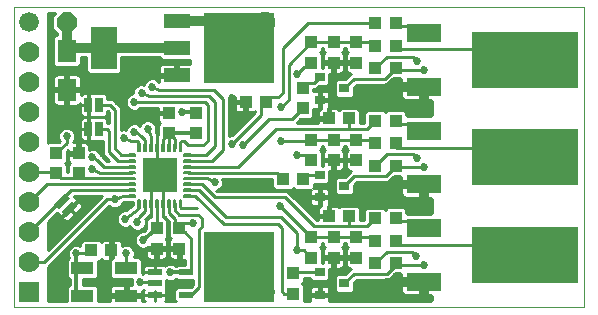
<source format=gtl>
G75*
G70*
%OFA0B0*%
%FSLAX24Y24*%
%IPPOS*%
%LPD*%
%AMOC8*
5,1,8,0,0,1.08239X$1,22.5*
%
%ADD10C,0.0000*%
%ADD11R,0.1330X0.1900*%
%ADD12R,0.1181X0.0630*%
%ADD13R,0.2250X0.1900*%
%ADD14R,0.0354X0.0315*%
%ADD15R,0.0433X0.0394*%
%ADD16R,0.0394X0.0433*%
%ADD17R,0.2362X0.2362*%
%ADD18OC8,0.0660*%
%ADD19C,0.0660*%
%ADD20C,0.0059*%
%ADD21R,0.1142X0.1142*%
%ADD22R,0.0748X0.0433*%
%ADD23R,0.0880X0.0480*%
%ADD24R,0.0866X0.1417*%
%ADD25R,0.0630X0.0748*%
%ADD26R,0.0472X0.0217*%
%ADD27R,0.0660X0.0660*%
%ADD28C,0.0700*%
%ADD29R,0.0250X0.0500*%
%ADD30C,0.1250*%
%ADD31C,0.0100*%
%ADD32C,0.0591*%
%ADD33C,0.0320*%
%ADD34C,0.0270*%
%ADD35C,0.0200*%
%ADD36OC8,0.0768*%
%ADD37C,0.0120*%
D10*
X000140Y000450D02*
X000140Y010450D01*
X019140Y010450D01*
X019140Y000450D01*
X000140Y000450D01*
X017674Y002200D02*
X017676Y002248D01*
X017682Y002296D01*
X017692Y002343D01*
X017705Y002389D01*
X017723Y002434D01*
X017743Y002478D01*
X017768Y002520D01*
X017796Y002559D01*
X017826Y002596D01*
X017860Y002630D01*
X017897Y002662D01*
X017935Y002691D01*
X017976Y002716D01*
X018019Y002738D01*
X018064Y002756D01*
X018110Y002770D01*
X018157Y002781D01*
X018205Y002788D01*
X018253Y002791D01*
X018301Y002790D01*
X018349Y002785D01*
X018397Y002776D01*
X018443Y002764D01*
X018488Y002747D01*
X018532Y002727D01*
X018574Y002704D01*
X018614Y002677D01*
X018652Y002647D01*
X018687Y002614D01*
X018719Y002578D01*
X018749Y002540D01*
X018775Y002499D01*
X018797Y002456D01*
X018817Y002412D01*
X018832Y002367D01*
X018844Y002320D01*
X018852Y002272D01*
X018856Y002224D01*
X018856Y002176D01*
X018852Y002128D01*
X018844Y002080D01*
X018832Y002033D01*
X018817Y001988D01*
X018797Y001944D01*
X018775Y001901D01*
X018749Y001860D01*
X018719Y001822D01*
X018687Y001786D01*
X018652Y001753D01*
X018614Y001723D01*
X018574Y001696D01*
X018532Y001673D01*
X018488Y001653D01*
X018443Y001636D01*
X018397Y001624D01*
X018349Y001615D01*
X018301Y001610D01*
X018253Y001609D01*
X018205Y001612D01*
X018157Y001619D01*
X018110Y001630D01*
X018064Y001644D01*
X018019Y001662D01*
X017976Y001684D01*
X017935Y001709D01*
X017897Y001738D01*
X017860Y001770D01*
X017826Y001804D01*
X017796Y001841D01*
X017768Y001880D01*
X017743Y001922D01*
X017723Y001966D01*
X017705Y002011D01*
X017692Y002057D01*
X017682Y002104D01*
X017676Y002152D01*
X017674Y002200D01*
X017674Y005450D02*
X017676Y005498D01*
X017682Y005546D01*
X017692Y005593D01*
X017705Y005639D01*
X017723Y005684D01*
X017743Y005728D01*
X017768Y005770D01*
X017796Y005809D01*
X017826Y005846D01*
X017860Y005880D01*
X017897Y005912D01*
X017935Y005941D01*
X017976Y005966D01*
X018019Y005988D01*
X018064Y006006D01*
X018110Y006020D01*
X018157Y006031D01*
X018205Y006038D01*
X018253Y006041D01*
X018301Y006040D01*
X018349Y006035D01*
X018397Y006026D01*
X018443Y006014D01*
X018488Y005997D01*
X018532Y005977D01*
X018574Y005954D01*
X018614Y005927D01*
X018652Y005897D01*
X018687Y005864D01*
X018719Y005828D01*
X018749Y005790D01*
X018775Y005749D01*
X018797Y005706D01*
X018817Y005662D01*
X018832Y005617D01*
X018844Y005570D01*
X018852Y005522D01*
X018856Y005474D01*
X018856Y005426D01*
X018852Y005378D01*
X018844Y005330D01*
X018832Y005283D01*
X018817Y005238D01*
X018797Y005194D01*
X018775Y005151D01*
X018749Y005110D01*
X018719Y005072D01*
X018687Y005036D01*
X018652Y005003D01*
X018614Y004973D01*
X018574Y004946D01*
X018532Y004923D01*
X018488Y004903D01*
X018443Y004886D01*
X018397Y004874D01*
X018349Y004865D01*
X018301Y004860D01*
X018253Y004859D01*
X018205Y004862D01*
X018157Y004869D01*
X018110Y004880D01*
X018064Y004894D01*
X018019Y004912D01*
X017976Y004934D01*
X017935Y004959D01*
X017897Y004988D01*
X017860Y005020D01*
X017826Y005054D01*
X017796Y005091D01*
X017768Y005130D01*
X017743Y005172D01*
X017723Y005216D01*
X017705Y005261D01*
X017692Y005307D01*
X017682Y005354D01*
X017676Y005402D01*
X017674Y005450D01*
X017674Y008700D02*
X017676Y008748D01*
X017682Y008796D01*
X017692Y008843D01*
X017705Y008889D01*
X017723Y008934D01*
X017743Y008978D01*
X017768Y009020D01*
X017796Y009059D01*
X017826Y009096D01*
X017860Y009130D01*
X017897Y009162D01*
X017935Y009191D01*
X017976Y009216D01*
X018019Y009238D01*
X018064Y009256D01*
X018110Y009270D01*
X018157Y009281D01*
X018205Y009288D01*
X018253Y009291D01*
X018301Y009290D01*
X018349Y009285D01*
X018397Y009276D01*
X018443Y009264D01*
X018488Y009247D01*
X018532Y009227D01*
X018574Y009204D01*
X018614Y009177D01*
X018652Y009147D01*
X018687Y009114D01*
X018719Y009078D01*
X018749Y009040D01*
X018775Y008999D01*
X018797Y008956D01*
X018817Y008912D01*
X018832Y008867D01*
X018844Y008820D01*
X018852Y008772D01*
X018856Y008724D01*
X018856Y008676D01*
X018852Y008628D01*
X018844Y008580D01*
X018832Y008533D01*
X018817Y008488D01*
X018797Y008444D01*
X018775Y008401D01*
X018749Y008360D01*
X018719Y008322D01*
X018687Y008286D01*
X018652Y008253D01*
X018614Y008223D01*
X018574Y008196D01*
X018532Y008173D01*
X018488Y008153D01*
X018443Y008136D01*
X018397Y008124D01*
X018349Y008115D01*
X018301Y008110D01*
X018253Y008109D01*
X018205Y008112D01*
X018157Y008119D01*
X018110Y008130D01*
X018064Y008144D01*
X018019Y008162D01*
X017976Y008184D01*
X017935Y008209D01*
X017897Y008238D01*
X017860Y008270D01*
X017826Y008304D01*
X017796Y008341D01*
X017768Y008380D01*
X017743Y008422D01*
X017723Y008466D01*
X017705Y008511D01*
X017692Y008557D01*
X017682Y008604D01*
X017676Y008652D01*
X017674Y008700D01*
D11*
X018265Y008700D03*
X018265Y005450D03*
X018265Y002200D03*
D12*
X013799Y001302D03*
X013799Y003098D03*
X013799Y004552D03*
X013799Y006348D03*
X013799Y007802D03*
X013799Y009598D03*
D13*
X016515Y008700D03*
X016515Y005450D03*
X016515Y002200D03*
D14*
X011148Y001250D03*
X010321Y001624D03*
X010321Y000876D03*
X010321Y004126D03*
X011148Y004500D03*
X010321Y004874D03*
X010321Y007376D03*
X011148Y007750D03*
X010321Y008124D03*
D15*
X012180Y008425D03*
X012850Y008425D03*
X012850Y009175D03*
X012180Y009175D03*
X012180Y009925D03*
X012850Y009925D03*
X008525Y007300D03*
X007855Y007300D03*
X010630Y006750D03*
X011300Y006750D03*
X012180Y006675D03*
X012850Y006675D03*
X012850Y005925D03*
X012180Y005925D03*
X012180Y005175D03*
X012850Y005175D03*
X009775Y004725D03*
X009105Y004725D03*
X010630Y003500D03*
X011300Y003500D03*
X012180Y003425D03*
X012850Y003425D03*
X012850Y002675D03*
X012180Y002675D03*
X012180Y001925D03*
X012850Y001925D03*
X003375Y002350D03*
X002705Y002350D03*
D16*
X004892Y002415D03*
X005640Y002415D03*
X005640Y003085D03*
X004892Y003085D03*
X002290Y004925D03*
X001540Y004925D03*
X001540Y005595D03*
X002290Y005595D03*
X005285Y006265D03*
X006190Y006265D03*
X006190Y006935D03*
X005285Y006935D03*
X009765Y007090D03*
X009765Y007760D03*
X010040Y008615D03*
X010790Y008615D03*
X011540Y008615D03*
X011540Y009285D03*
X010790Y009285D03*
X010040Y009285D03*
X010040Y006035D03*
X010790Y006035D03*
X011540Y006035D03*
X011540Y005365D03*
X010790Y005365D03*
X010040Y005365D03*
X010040Y002785D03*
X010790Y002785D03*
X011540Y002785D03*
X011540Y002115D03*
X010790Y002115D03*
X010040Y002115D03*
X009440Y001585D03*
X009440Y000915D03*
D17*
X007640Y001800D03*
X007640Y009100D03*
D18*
X008490Y009950D03*
X001890Y009950D03*
D19*
X000640Y009950D03*
X008490Y000950D03*
D20*
X005709Y003816D02*
X005709Y004034D01*
X005709Y003816D02*
X005649Y003816D01*
X005649Y004034D01*
X005709Y004034D01*
X005709Y003874D02*
X005649Y003874D01*
X005649Y003932D02*
X005709Y003932D01*
X005709Y003990D02*
X005649Y003990D01*
X005512Y004034D02*
X005512Y003816D01*
X005452Y003816D01*
X005452Y004034D01*
X005512Y004034D01*
X005512Y003874D02*
X005452Y003874D01*
X005452Y003932D02*
X005512Y003932D01*
X005512Y003990D02*
X005452Y003990D01*
X005315Y004034D02*
X005315Y003816D01*
X005255Y003816D01*
X005255Y004034D01*
X005315Y004034D01*
X005315Y003874D02*
X005255Y003874D01*
X005255Y003932D02*
X005315Y003932D01*
X005315Y003990D02*
X005255Y003990D01*
X005118Y004034D02*
X005118Y003816D01*
X005058Y003816D01*
X005058Y004034D01*
X005118Y004034D01*
X005118Y003874D02*
X005058Y003874D01*
X005058Y003932D02*
X005118Y003932D01*
X005118Y003990D02*
X005058Y003990D01*
X004922Y004034D02*
X004922Y003816D01*
X004862Y003816D01*
X004862Y004034D01*
X004922Y004034D01*
X004922Y003874D02*
X004862Y003874D01*
X004862Y003932D02*
X004922Y003932D01*
X004922Y003990D02*
X004862Y003990D01*
X004725Y004034D02*
X004725Y003816D01*
X004665Y003816D01*
X004665Y004034D01*
X004725Y004034D01*
X004725Y003874D02*
X004665Y003874D01*
X004665Y003932D02*
X004725Y003932D01*
X004725Y003990D02*
X004665Y003990D01*
X004528Y004034D02*
X004528Y003816D01*
X004468Y003816D01*
X004468Y004034D01*
X004528Y004034D01*
X004528Y003874D02*
X004468Y003874D01*
X004468Y003932D02*
X004528Y003932D01*
X004528Y003990D02*
X004468Y003990D01*
X004331Y004034D02*
X004331Y003816D01*
X004271Y003816D01*
X004271Y004034D01*
X004331Y004034D01*
X004331Y003874D02*
X004271Y003874D01*
X004271Y003932D02*
X004331Y003932D01*
X004331Y003990D02*
X004271Y003990D01*
X004174Y004131D02*
X004174Y004191D01*
X004174Y004131D02*
X003956Y004131D01*
X003956Y004191D01*
X004174Y004191D01*
X004174Y004189D02*
X003956Y004189D01*
X004174Y004328D02*
X004174Y004388D01*
X004174Y004328D02*
X003956Y004328D01*
X003956Y004388D01*
X004174Y004388D01*
X004174Y004386D02*
X003956Y004386D01*
X004174Y004525D02*
X004174Y004585D01*
X004174Y004525D02*
X003956Y004525D01*
X003956Y004585D01*
X004174Y004585D01*
X004174Y004583D02*
X003956Y004583D01*
X004174Y004722D02*
X004174Y004782D01*
X004174Y004722D02*
X003956Y004722D01*
X003956Y004782D01*
X004174Y004782D01*
X004174Y004780D02*
X003956Y004780D01*
X004174Y004918D02*
X004174Y004978D01*
X004174Y004918D02*
X003956Y004918D01*
X003956Y004978D01*
X004174Y004978D01*
X004174Y004976D02*
X003956Y004976D01*
X004174Y005115D02*
X004174Y005175D01*
X004174Y005115D02*
X003956Y005115D01*
X003956Y005175D01*
X004174Y005175D01*
X004174Y005173D02*
X003956Y005173D01*
X004174Y005312D02*
X004174Y005372D01*
X004174Y005312D02*
X003956Y005312D01*
X003956Y005372D01*
X004174Y005372D01*
X004174Y005370D02*
X003956Y005370D01*
X004174Y005509D02*
X004174Y005569D01*
X004174Y005509D02*
X003956Y005509D01*
X003956Y005569D01*
X004174Y005569D01*
X004174Y005567D02*
X003956Y005567D01*
X004331Y005666D02*
X004331Y005884D01*
X004331Y005666D02*
X004271Y005666D01*
X004271Y005884D01*
X004331Y005884D01*
X004331Y005724D02*
X004271Y005724D01*
X004271Y005782D02*
X004331Y005782D01*
X004331Y005840D02*
X004271Y005840D01*
X004528Y005884D02*
X004528Y005666D01*
X004468Y005666D01*
X004468Y005884D01*
X004528Y005884D01*
X004528Y005724D02*
X004468Y005724D01*
X004468Y005782D02*
X004528Y005782D01*
X004528Y005840D02*
X004468Y005840D01*
X004725Y005884D02*
X004725Y005666D01*
X004665Y005666D01*
X004665Y005884D01*
X004725Y005884D01*
X004725Y005724D02*
X004665Y005724D01*
X004665Y005782D02*
X004725Y005782D01*
X004725Y005840D02*
X004665Y005840D01*
X004922Y005884D02*
X004922Y005666D01*
X004862Y005666D01*
X004862Y005884D01*
X004922Y005884D01*
X004922Y005724D02*
X004862Y005724D01*
X004862Y005782D02*
X004922Y005782D01*
X004922Y005840D02*
X004862Y005840D01*
X005118Y005884D02*
X005118Y005666D01*
X005058Y005666D01*
X005058Y005884D01*
X005118Y005884D01*
X005118Y005724D02*
X005058Y005724D01*
X005058Y005782D02*
X005118Y005782D01*
X005118Y005840D02*
X005058Y005840D01*
X005315Y005884D02*
X005315Y005666D01*
X005255Y005666D01*
X005255Y005884D01*
X005315Y005884D01*
X005315Y005724D02*
X005255Y005724D01*
X005255Y005782D02*
X005315Y005782D01*
X005315Y005840D02*
X005255Y005840D01*
X005512Y005884D02*
X005512Y005666D01*
X005452Y005666D01*
X005452Y005884D01*
X005512Y005884D01*
X005512Y005724D02*
X005452Y005724D01*
X005452Y005782D02*
X005512Y005782D01*
X005512Y005840D02*
X005452Y005840D01*
X005709Y005884D02*
X005709Y005666D01*
X005649Y005666D01*
X005649Y005884D01*
X005709Y005884D01*
X005709Y005724D02*
X005649Y005724D01*
X005649Y005782D02*
X005709Y005782D01*
X005709Y005840D02*
X005649Y005840D01*
X006024Y005569D02*
X006024Y005509D01*
X005806Y005509D01*
X005806Y005569D01*
X006024Y005569D01*
X006024Y005567D02*
X005806Y005567D01*
X006024Y005372D02*
X006024Y005312D01*
X005806Y005312D01*
X005806Y005372D01*
X006024Y005372D01*
X006024Y005370D02*
X005806Y005370D01*
X006024Y005175D02*
X006024Y005115D01*
X005806Y005115D01*
X005806Y005175D01*
X006024Y005175D01*
X006024Y005173D02*
X005806Y005173D01*
X006024Y004978D02*
X006024Y004918D01*
X005806Y004918D01*
X005806Y004978D01*
X006024Y004978D01*
X006024Y004976D02*
X005806Y004976D01*
X006024Y004782D02*
X006024Y004722D01*
X005806Y004722D01*
X005806Y004782D01*
X006024Y004782D01*
X006024Y004780D02*
X005806Y004780D01*
X006024Y004585D02*
X006024Y004525D01*
X005806Y004525D01*
X005806Y004585D01*
X006024Y004585D01*
X006024Y004583D02*
X005806Y004583D01*
X006024Y004388D02*
X006024Y004328D01*
X005806Y004328D01*
X005806Y004388D01*
X006024Y004388D01*
X006024Y004386D02*
X005806Y004386D01*
X006024Y004191D02*
X006024Y004131D01*
X005806Y004131D01*
X005806Y004191D01*
X006024Y004191D01*
X006024Y004189D02*
X005806Y004189D01*
D21*
X004990Y004850D03*
D22*
X003868Y001753D03*
X002412Y001753D03*
X002412Y000847D03*
X003868Y000847D03*
D23*
X005560Y008190D03*
X005560Y009100D03*
X005560Y010010D03*
D24*
X003120Y009100D03*
D25*
X001890Y009000D03*
X001890Y007700D03*
D26*
X004828Y001624D03*
X004828Y001250D03*
X004828Y000876D03*
X005852Y000876D03*
X005852Y001624D03*
D27*
X000640Y000950D03*
D28*
X000640Y001950D03*
X000640Y002950D03*
X000640Y003950D03*
X000640Y004950D03*
X000640Y005950D03*
X000640Y006950D03*
X000640Y007950D03*
X000640Y008950D03*
D29*
X002613Y007200D03*
X002967Y007200D03*
X002967Y006400D03*
X002613Y006400D03*
G36*
X001820Y004252D02*
X001997Y004075D01*
X001644Y003722D01*
X001467Y003899D01*
X001820Y004252D01*
G37*
G36*
X002071Y004001D02*
X002248Y003824D01*
X001895Y003471D01*
X001718Y003648D01*
X002071Y004001D01*
G37*
D30*
X016515Y005450D02*
X018265Y005450D01*
X018265Y002200D02*
X016515Y002200D01*
X016515Y008700D02*
X018265Y008700D01*
D31*
X016515Y008700D02*
X016515Y008700D01*
X016515Y009075D01*
X012950Y009075D01*
X012850Y009175D01*
X012555Y008800D02*
X012180Y008425D01*
X012500Y008075D02*
X011473Y008075D01*
X011148Y007750D01*
X011475Y007739D02*
X012515Y007739D01*
X012515Y007641D02*
X011475Y007641D01*
X011475Y007542D02*
X012515Y007542D01*
X012515Y007444D02*
X011388Y007444D01*
X011387Y007443D02*
X011475Y007530D01*
X011475Y007794D01*
X011556Y007875D01*
X012515Y007875D01*
X012515Y006966D01*
X012459Y007022D01*
X011902Y007022D01*
X011814Y006934D01*
X011814Y006600D01*
X011666Y006600D01*
X011666Y007009D01*
X011578Y007097D01*
X011021Y007097D01*
X010965Y007041D01*
X010939Y007067D01*
X010905Y007087D01*
X010867Y007097D01*
X010679Y007097D01*
X010679Y006798D01*
X010582Y006798D01*
X010582Y006702D01*
X010264Y006702D01*
X010264Y006600D01*
X009557Y006600D01*
X009681Y006724D01*
X010024Y006724D01*
X010112Y006812D01*
X010112Y007072D01*
X010124Y007069D01*
X010293Y007069D01*
X010293Y007347D01*
X010350Y007347D01*
X010350Y007083D01*
X010322Y007067D01*
X010294Y007039D01*
X010274Y007005D01*
X010264Y006967D01*
X010264Y006798D01*
X010582Y006798D01*
X010582Y007093D01*
X010591Y007098D01*
X010618Y007126D01*
X010638Y007161D01*
X010648Y007199D01*
X010648Y007347D01*
X010350Y007347D01*
X010350Y007405D01*
X010293Y007405D01*
X010293Y007683D01*
X010124Y007683D01*
X010112Y007680D01*
X010112Y007725D01*
X010205Y007725D01*
X010297Y007817D01*
X010561Y007817D01*
X010648Y007904D01*
X010648Y008249D01*
X010742Y008249D01*
X010742Y008567D01*
X010838Y008567D01*
X010838Y008249D01*
X011007Y008249D01*
X011045Y008259D01*
X011079Y008279D01*
X011107Y008307D01*
X011127Y008341D01*
X011137Y008379D01*
X011137Y008567D01*
X010838Y008567D01*
X010838Y008664D01*
X011137Y008664D01*
X011137Y008852D01*
X011127Y008890D01*
X011107Y008924D01*
X011081Y008950D01*
X011137Y009006D01*
X011137Y009085D01*
X011193Y009085D01*
X011193Y009006D01*
X011249Y008950D01*
X011223Y008924D01*
X011203Y008890D01*
X011193Y008852D01*
X011193Y008664D01*
X011492Y008664D01*
X011492Y008567D01*
X011193Y008567D01*
X011193Y008379D01*
X011203Y008341D01*
X011223Y008307D01*
X011251Y008279D01*
X011285Y008259D01*
X011323Y008249D01*
X011364Y008249D01*
X011173Y008057D01*
X010909Y008057D01*
X010821Y007970D01*
X010821Y007530D01*
X010909Y007443D01*
X011387Y007443D01*
X010908Y007444D02*
X010648Y007444D01*
X010648Y007405D02*
X010648Y007553D01*
X010638Y007591D01*
X010618Y007626D01*
X010591Y007653D01*
X010556Y007673D01*
X010518Y007683D01*
X010350Y007683D01*
X010350Y007405D01*
X010648Y007405D01*
X010648Y007345D02*
X012515Y007345D01*
X012515Y007247D02*
X010648Y007247D01*
X010631Y007148D02*
X012515Y007148D01*
X012515Y007050D02*
X011626Y007050D01*
X011666Y006951D02*
X011831Y006951D01*
X011814Y006853D02*
X011666Y006853D01*
X011666Y006754D02*
X011814Y006754D01*
X011814Y006656D02*
X011666Y006656D01*
X011300Y006750D02*
X011300Y006400D01*
X011390Y006400D01*
X011905Y006400D01*
X012180Y006675D01*
X012515Y006966D02*
X012515Y006966D01*
X012850Y006675D02*
X012950Y006575D01*
X013799Y006575D01*
X013799Y006348D01*
X012850Y005925D02*
X012850Y005775D01*
X016515Y005775D01*
X016515Y005450D01*
X013799Y005125D02*
X012825Y005125D01*
X012525Y004825D01*
X011473Y004825D01*
X011148Y004500D01*
X011475Y004489D02*
X012515Y004489D01*
X012515Y004587D02*
X011518Y004587D01*
X011556Y004625D02*
X012515Y004625D01*
X012515Y003716D01*
X012459Y003772D01*
X011902Y003772D01*
X011814Y003684D01*
X011814Y003350D01*
X011666Y003350D01*
X011666Y003759D01*
X011578Y003847D01*
X011021Y003847D01*
X010965Y003791D01*
X010939Y003817D01*
X010905Y003837D01*
X010867Y003847D01*
X010679Y003847D01*
X010679Y003548D01*
X010582Y003548D01*
X010582Y003452D01*
X010264Y003452D01*
X010264Y003350D01*
X010223Y003350D01*
X009365Y004208D01*
X009248Y004325D01*
X006898Y004325D01*
X006878Y004344D01*
X006976Y004385D01*
X007057Y004465D01*
X007100Y004570D01*
X007100Y004683D01*
X007073Y004748D01*
X008739Y004748D01*
X008739Y004466D01*
X008827Y004378D01*
X009384Y004378D01*
X009440Y004434D01*
X009496Y004378D01*
X010027Y004378D01*
X010024Y004376D01*
X010004Y004341D01*
X009994Y004303D01*
X009994Y004155D01*
X010293Y004155D01*
X010293Y004433D01*
X010124Y004433D01*
X010103Y004428D01*
X010141Y004466D01*
X010141Y004567D01*
X010561Y004567D01*
X010648Y004654D01*
X010648Y004999D01*
X010742Y004999D01*
X010742Y005317D01*
X010838Y005317D01*
X010838Y004999D01*
X011007Y004999D01*
X011045Y005009D01*
X011079Y005029D01*
X011107Y005057D01*
X011127Y005091D01*
X011137Y005129D01*
X011137Y005317D01*
X010838Y005317D01*
X010838Y005414D01*
X011137Y005414D01*
X011137Y005602D01*
X011127Y005640D01*
X011107Y005674D01*
X011081Y005700D01*
X011137Y005756D01*
X011137Y005835D01*
X011193Y005835D01*
X011193Y005756D01*
X011249Y005700D01*
X011223Y005674D01*
X011203Y005640D01*
X011193Y005602D01*
X011193Y005414D01*
X011492Y005414D01*
X011492Y005317D01*
X011193Y005317D01*
X011193Y005129D01*
X011203Y005091D01*
X011223Y005057D01*
X011251Y005029D01*
X011285Y005009D01*
X011323Y004999D01*
X011364Y004999D01*
X011173Y004807D01*
X010909Y004807D01*
X010821Y004720D01*
X010821Y004280D01*
X010909Y004193D01*
X011387Y004193D01*
X011475Y004280D01*
X011475Y004544D01*
X011556Y004625D01*
X011248Y004883D02*
X010648Y004883D01*
X010648Y004981D02*
X011346Y004981D01*
X011210Y005080D02*
X011120Y005080D01*
X011137Y005178D02*
X011193Y005178D01*
X011193Y005277D02*
X011137Y005277D01*
X011137Y005474D02*
X011193Y005474D01*
X011193Y005572D02*
X011137Y005572D01*
X011109Y005671D02*
X011221Y005671D01*
X011193Y005769D02*
X011137Y005769D01*
X010790Y006035D02*
X010040Y006035D01*
X010005Y006000D01*
X009040Y006000D01*
X008865Y006400D02*
X007610Y005145D01*
X005915Y005145D01*
X005915Y004948D02*
X008882Y004948D01*
X009105Y004725D01*
X008739Y004686D02*
X007099Y004686D01*
X007100Y004587D02*
X008739Y004587D01*
X008739Y004489D02*
X007066Y004489D01*
X006981Y004390D02*
X008815Y004390D01*
X009165Y004125D02*
X006815Y004125D01*
X006385Y004555D01*
X005915Y004555D01*
X005915Y004752D02*
X006549Y004752D01*
X006815Y004627D01*
X006282Y004358D02*
X007190Y003450D01*
X009045Y003450D01*
X009565Y002930D01*
X009565Y002350D01*
X009805Y002350D01*
X010040Y002115D01*
X010387Y002125D02*
X010742Y002125D01*
X010742Y002164D02*
X010742Y002067D01*
X010838Y002067D01*
X010838Y001749D01*
X011007Y001749D01*
X011045Y001759D01*
X011079Y001779D01*
X011107Y001807D01*
X011127Y001841D01*
X011137Y001879D01*
X011137Y002067D01*
X010838Y002067D01*
X010838Y002164D01*
X011137Y002164D01*
X011137Y002352D01*
X011127Y002390D01*
X011107Y002424D01*
X011081Y002450D01*
X011137Y002506D01*
X011137Y002585D01*
X011193Y002585D01*
X011193Y002506D01*
X011249Y002450D01*
X011223Y002424D01*
X011203Y002390D01*
X011193Y002352D01*
X011193Y002164D01*
X011492Y002164D01*
X011492Y002067D01*
X011193Y002067D01*
X011193Y001879D01*
X011203Y001841D01*
X011223Y001807D01*
X011251Y001779D01*
X011285Y001759D01*
X011323Y001749D01*
X011364Y001749D01*
X011173Y001557D01*
X010909Y001557D01*
X010821Y001470D01*
X010821Y001030D01*
X010909Y000943D01*
X011387Y000943D01*
X011475Y001030D01*
X011475Y001294D01*
X011556Y001375D01*
X012515Y001375D01*
X012515Y000650D01*
X010632Y000650D01*
X010638Y000661D01*
X010648Y000699D01*
X010648Y000847D01*
X010350Y000847D01*
X010350Y000905D01*
X010293Y000905D01*
X010293Y001183D01*
X010124Y001183D01*
X010086Y001173D01*
X010052Y001153D01*
X010024Y001126D01*
X010004Y001091D01*
X009994Y001053D01*
X009994Y000905D01*
X010293Y000905D01*
X010293Y000847D01*
X009994Y000847D01*
X009994Y000699D01*
X010004Y000661D01*
X010010Y000650D01*
X009787Y000650D01*
X009787Y001194D01*
X009731Y001250D01*
X009787Y001306D01*
X009787Y001424D01*
X009994Y001424D01*
X009994Y001404D01*
X010082Y001317D01*
X010561Y001317D01*
X010648Y001404D01*
X010648Y001749D01*
X010742Y001749D01*
X010742Y002067D01*
X010443Y002067D01*
X010443Y001931D01*
X010387Y001931D01*
X010387Y002394D01*
X010331Y002450D01*
X010387Y002506D01*
X010387Y002585D01*
X010443Y002585D01*
X010443Y002506D01*
X010499Y002450D01*
X010473Y002424D01*
X010453Y002390D01*
X010443Y002352D01*
X010443Y002164D01*
X010742Y002164D01*
X010838Y002125D02*
X011492Y002125D01*
X011193Y002223D02*
X011137Y002223D01*
X011137Y002322D02*
X011193Y002322D01*
X011221Y002420D02*
X011109Y002420D01*
X011137Y002519D02*
X011193Y002519D01*
X011540Y002785D02*
X010790Y002785D01*
X010040Y002785D01*
X010015Y002800D01*
X008990Y003825D01*
X009165Y004125D02*
X010140Y003150D01*
X011300Y003150D01*
X011300Y003500D01*
X011666Y003504D02*
X011814Y003504D01*
X011814Y003602D02*
X011666Y003602D01*
X011666Y003701D02*
X011830Y003701D01*
X011626Y003799D02*
X012515Y003799D01*
X012515Y003716D02*
X012515Y003716D01*
X012515Y003898D02*
X010631Y003898D01*
X010638Y003911D02*
X010648Y003949D01*
X010648Y004097D01*
X010350Y004097D01*
X010350Y003833D01*
X010322Y003817D01*
X010294Y003789D01*
X010274Y003755D01*
X010264Y003717D01*
X010264Y003548D01*
X010582Y003548D01*
X010582Y003843D01*
X010591Y003848D01*
X010618Y003876D01*
X010638Y003911D01*
X010648Y003996D02*
X012515Y003996D01*
X012515Y004095D02*
X010648Y004095D01*
X010648Y004155D02*
X010648Y004303D01*
X010638Y004341D01*
X010618Y004376D01*
X010591Y004403D01*
X010556Y004423D01*
X010518Y004433D01*
X010350Y004433D01*
X010350Y004155D01*
X010293Y004155D01*
X010293Y004097D01*
X010350Y004097D01*
X010350Y004155D01*
X010648Y004155D01*
X010648Y004193D02*
X010908Y004193D01*
X010821Y004292D02*
X010648Y004292D01*
X010604Y004390D02*
X010821Y004390D01*
X010821Y004489D02*
X010141Y004489D01*
X010293Y004390D02*
X010350Y004390D01*
X010350Y004292D02*
X010293Y004292D01*
X010293Y004193D02*
X010350Y004193D01*
X010350Y004095D02*
X010293Y004095D01*
X010293Y004097D02*
X010293Y003819D01*
X010124Y003819D01*
X010086Y003829D01*
X010052Y003848D01*
X010024Y003876D01*
X010004Y003911D01*
X009994Y003949D01*
X009994Y004097D01*
X010293Y004097D01*
X010293Y003996D02*
X010350Y003996D01*
X010350Y003898D02*
X010293Y003898D01*
X010304Y003799D02*
X009774Y003799D01*
X009872Y003701D02*
X010264Y003701D01*
X010264Y003602D02*
X009971Y003602D01*
X010069Y003504D02*
X010582Y003504D01*
X010582Y003602D02*
X010679Y003602D01*
X010679Y003701D02*
X010582Y003701D01*
X010582Y003799D02*
X010679Y003799D01*
X010957Y003799D02*
X010973Y003799D01*
X011388Y004193D02*
X012515Y004193D01*
X012515Y004292D02*
X011475Y004292D01*
X011475Y004390D02*
X012515Y004390D01*
X012825Y005125D02*
X012850Y005175D01*
X012555Y005550D02*
X012180Y005175D01*
X012555Y005550D02*
X013440Y005550D01*
X013565Y005425D01*
X012180Y005925D02*
X012071Y006035D01*
X011540Y006035D01*
X010790Y006035D01*
X010443Y005835D02*
X010443Y005756D01*
X010499Y005700D01*
X010473Y005674D01*
X010453Y005640D01*
X010443Y005602D01*
X010443Y005414D01*
X010742Y005414D01*
X010742Y005317D01*
X010443Y005317D01*
X010443Y005181D01*
X010387Y005181D01*
X010387Y005644D01*
X010331Y005700D01*
X010387Y005756D01*
X010387Y005835D01*
X010443Y005835D01*
X010443Y005769D02*
X010387Y005769D01*
X010360Y005671D02*
X010471Y005671D01*
X010443Y005572D02*
X010387Y005572D01*
X010387Y005474D02*
X010443Y005474D01*
X010387Y005375D02*
X010742Y005375D01*
X010838Y005375D02*
X011492Y005375D01*
X010838Y005277D02*
X010742Y005277D01*
X010742Y005178D02*
X010838Y005178D01*
X010838Y005080D02*
X010742Y005080D01*
X010443Y005277D02*
X010387Y005277D01*
X010040Y005365D02*
X010025Y005525D01*
X009565Y005525D01*
X009924Y004874D02*
X009775Y004725D01*
X009924Y004874D02*
X010321Y004874D01*
X010648Y004784D02*
X010885Y004784D01*
X010821Y004686D02*
X010648Y004686D01*
X010581Y004587D02*
X010821Y004587D01*
X009994Y004292D02*
X009281Y004292D01*
X009380Y004193D02*
X009994Y004193D01*
X009994Y004095D02*
X009478Y004095D01*
X009577Y003996D02*
X009994Y003996D01*
X010012Y003898D02*
X009675Y003898D01*
X009484Y004390D02*
X009396Y004390D01*
X010168Y003405D02*
X010264Y003405D01*
X011300Y003150D02*
X011905Y003150D01*
X012180Y003425D01*
X011814Y003405D02*
X011666Y003405D01*
X011540Y002785D02*
X012071Y002785D01*
X012180Y002675D01*
X012555Y002300D02*
X012180Y001925D01*
X012575Y001575D02*
X011473Y001575D01*
X011148Y001250D01*
X011475Y001238D02*
X012515Y001238D01*
X012515Y001140D02*
X011475Y001140D01*
X011475Y001041D02*
X012515Y001041D01*
X012515Y000943D02*
X010648Y000943D01*
X010648Y000905D02*
X010648Y001053D01*
X010638Y001091D01*
X010618Y001126D01*
X010591Y001153D01*
X010556Y001173D01*
X010518Y001183D01*
X010350Y001183D01*
X010350Y000905D01*
X010648Y000905D01*
X010648Y000844D02*
X012515Y000844D01*
X012515Y000746D02*
X010648Y000746D01*
X010350Y000943D02*
X010293Y000943D01*
X010293Y001041D02*
X010350Y001041D01*
X010350Y001140D02*
X010293Y001140D01*
X010605Y001140D02*
X010821Y001140D01*
X010821Y001238D02*
X009743Y001238D01*
X009787Y001140D02*
X010038Y001140D01*
X009994Y001041D02*
X009787Y001041D01*
X009787Y000943D02*
X009994Y000943D01*
X009994Y000844D02*
X009787Y000844D01*
X009787Y000746D02*
X009994Y000746D01*
X009440Y000915D02*
X009148Y000915D01*
X009065Y000998D01*
X009065Y003090D01*
X008930Y003225D01*
X007115Y003225D01*
X006179Y004161D01*
X005915Y004161D01*
X005915Y004358D02*
X006282Y004358D01*
X005679Y003925D02*
X005679Y003801D01*
X005705Y003775D01*
X006215Y003775D01*
X006265Y003549D02*
X006390Y003424D01*
X006390Y003150D01*
X006290Y003025D01*
X006290Y001121D01*
X006045Y000876D01*
X005852Y000876D01*
X006020Y001134D02*
X005553Y001134D01*
X005466Y001046D01*
X005466Y000706D01*
X005521Y000650D01*
X005159Y000650D01*
X005184Y000676D01*
X005204Y000710D01*
X005214Y000748D01*
X005214Y000872D01*
X004832Y000872D01*
X004832Y000650D01*
X004824Y000650D01*
X004824Y000872D01*
X004442Y000872D01*
X004442Y000748D01*
X004452Y000710D01*
X004472Y000676D01*
X004498Y000650D01*
X004392Y000650D01*
X004392Y000797D01*
X003918Y000797D01*
X003918Y000897D01*
X003818Y000897D01*
X003818Y000797D01*
X003344Y000797D01*
X003344Y000650D01*
X002936Y000650D01*
X002936Y001126D01*
X002848Y001214D01*
X002422Y001214D01*
X002422Y001386D01*
X002848Y001386D01*
X002936Y001474D01*
X002936Y002003D01*
X002984Y002003D01*
X003040Y002059D01*
X003066Y002033D01*
X003100Y002013D01*
X003138Y002003D01*
X003326Y002003D01*
X003326Y002302D01*
X003423Y002302D01*
X003423Y002110D01*
X003344Y002031D01*
X003344Y001474D01*
X003432Y001386D01*
X004067Y001386D01*
X004055Y001357D01*
X004055Y001243D01*
X004067Y001214D01*
X003918Y001214D01*
X003918Y000897D01*
X004392Y000897D01*
X004392Y001015D01*
X004397Y001015D01*
X004451Y001037D01*
X004442Y001004D01*
X004442Y000880D01*
X004824Y000880D01*
X004824Y000872D01*
X004832Y000872D01*
X004832Y000880D01*
X004824Y000880D01*
X004824Y000992D01*
X004832Y000992D01*
X004832Y000880D01*
X005214Y000880D01*
X005214Y001004D01*
X005204Y001042D01*
X005194Y001059D01*
X005214Y001080D01*
X005214Y001368D01*
X005283Y001339D01*
X005397Y001339D01*
X005501Y001382D01*
X005519Y001400D01*
X005553Y001366D01*
X006090Y001366D01*
X006090Y001204D01*
X006020Y001134D01*
X006025Y001140D02*
X005214Y001140D01*
X005214Y001238D02*
X006090Y001238D01*
X006090Y001337D02*
X005214Y001337D01*
X004828Y001250D02*
X004340Y001300D01*
X004055Y001337D02*
X002422Y001337D01*
X002422Y001238D02*
X004057Y001238D01*
X003918Y001140D02*
X003818Y001140D01*
X003818Y001214D02*
X003475Y001214D01*
X003436Y001204D01*
X003402Y001184D01*
X003374Y001156D01*
X003355Y001122D01*
X003344Y001084D01*
X003344Y000897D01*
X003818Y000897D01*
X003818Y001214D01*
X003818Y001041D02*
X003918Y001041D01*
X003918Y000943D02*
X003818Y000943D01*
X003818Y000844D02*
X002936Y000844D01*
X002936Y000746D02*
X003344Y000746D01*
X003344Y000943D02*
X002936Y000943D01*
X002936Y001041D02*
X003344Y001041D01*
X003365Y001140D02*
X002922Y001140D01*
X002897Y001435D02*
X003383Y001435D01*
X003344Y001534D02*
X002936Y001534D01*
X002936Y001632D02*
X003344Y001632D01*
X003344Y001731D02*
X002936Y001731D01*
X002936Y001829D02*
X003344Y001829D01*
X003344Y001928D02*
X002936Y001928D01*
X003007Y002026D02*
X003078Y002026D01*
X003326Y002026D02*
X003344Y002026D01*
X003326Y002125D02*
X003423Y002125D01*
X003423Y002223D02*
X003326Y002223D01*
X003326Y002398D02*
X003326Y002697D01*
X003138Y002697D01*
X003100Y002687D01*
X003066Y002667D01*
X003040Y002641D01*
X002984Y002697D01*
X002427Y002697D01*
X002339Y002609D01*
X002339Y002506D01*
X002268Y002535D01*
X002155Y002535D01*
X002050Y002492D01*
X001970Y002411D01*
X001927Y002307D01*
X001927Y002193D01*
X001963Y002106D01*
X001888Y002031D01*
X001888Y001474D01*
X001976Y001386D01*
X002002Y001386D01*
X002002Y001214D01*
X001976Y001214D01*
X001888Y001126D01*
X001888Y000650D01*
X001265Y000650D01*
X001265Y001792D01*
X003305Y003832D01*
X003329Y003808D01*
X003433Y003765D01*
X003547Y003765D01*
X003651Y003808D01*
X003732Y003889D01*
X003754Y003943D01*
X003798Y003961D01*
X003873Y003961D01*
X003882Y003952D01*
X004092Y003952D01*
X004092Y003851D01*
X003880Y003685D01*
X003783Y003685D01*
X003679Y003642D01*
X003598Y003561D01*
X003555Y003457D01*
X003555Y003343D01*
X003598Y003239D01*
X003679Y003158D01*
X003783Y003115D01*
X003897Y003115D01*
X003992Y003154D01*
X003998Y003139D01*
X004079Y003058D01*
X004183Y003015D01*
X004297Y003015D01*
X004401Y003058D01*
X004482Y003139D01*
X004525Y003243D01*
X004525Y003357D01*
X004512Y003389D01*
X004692Y003569D01*
X004692Y003451D01*
X004633Y003451D01*
X004545Y003363D01*
X004545Y003066D01*
X004450Y002985D01*
X004383Y002985D01*
X004279Y002942D01*
X004198Y002861D01*
X004155Y002757D01*
X004155Y002643D01*
X004198Y002539D01*
X004279Y002458D01*
X004383Y002415D01*
X004497Y002415D01*
X004601Y002458D01*
X004607Y002464D01*
X004843Y002464D01*
X004843Y002367D01*
X004545Y002367D01*
X004545Y002179D01*
X004555Y002141D01*
X004575Y002107D01*
X004603Y002079D01*
X004637Y002059D01*
X004675Y002049D01*
X004843Y002049D01*
X004843Y002367D01*
X004940Y002367D01*
X004940Y002464D01*
X005238Y002464D01*
X005238Y002652D01*
X005228Y002690D01*
X005208Y002724D01*
X005182Y002750D01*
X005238Y002806D01*
X005238Y003363D01*
X005151Y003451D01*
X005092Y003451D01*
X005092Y003516D01*
X005202Y003405D01*
X005197Y003405D01*
X005202Y003405D02*
X005202Y003405D01*
X005290Y003317D01*
X005290Y003152D01*
X005293Y003149D01*
X005293Y002806D01*
X005349Y002750D01*
X005323Y002724D01*
X005303Y002690D01*
X005293Y002652D01*
X005293Y002464D01*
X005592Y002464D01*
X005592Y002367D01*
X005688Y002367D01*
X005688Y002049D01*
X005840Y002049D01*
X005840Y001882D01*
X005553Y001882D01*
X005519Y001848D01*
X005501Y001866D01*
X005397Y001909D01*
X005283Y001909D01*
X005179Y001866D01*
X005161Y001848D01*
X005156Y001852D01*
X005122Y001872D01*
X005084Y001882D01*
X004832Y001882D01*
X004832Y001628D01*
X004824Y001628D01*
X004824Y001620D01*
X004442Y001620D01*
X004442Y001566D01*
X004397Y001585D01*
X004392Y001585D01*
X004392Y002031D01*
X004304Y002119D01*
X004123Y002119D01*
X004153Y002193D01*
X004153Y002307D01*
X004110Y002411D01*
X004030Y002492D01*
X003925Y002535D01*
X003812Y002535D01*
X003741Y002506D01*
X003741Y002567D01*
X003731Y002605D01*
X003711Y002639D01*
X003683Y002667D01*
X003649Y002687D01*
X003611Y002697D01*
X003423Y002697D01*
X003423Y002398D01*
X003326Y002398D01*
X003326Y002420D02*
X003423Y002420D01*
X003423Y002519D02*
X003326Y002519D01*
X003326Y002617D02*
X003423Y002617D01*
X003724Y002617D02*
X004166Y002617D01*
X004155Y002716D02*
X002188Y002716D01*
X002287Y002814D02*
X004179Y002814D01*
X004090Y002800D02*
X004290Y003000D01*
X004428Y003000D01*
X004540Y003112D01*
X004540Y003400D01*
X004695Y003555D01*
X004695Y003925D01*
X004695Y003955D02*
X004695Y004325D01*
X004940Y004500D02*
X004940Y004800D01*
X004640Y004800D01*
X004640Y004900D01*
X004940Y004900D01*
X004940Y005200D01*
X005040Y005200D01*
X005040Y004900D01*
X004940Y004900D01*
X004940Y004800D01*
X005040Y004800D01*
X005340Y004800D01*
X005340Y004900D01*
X005040Y004900D01*
X005040Y004800D01*
X005040Y004500D01*
X004940Y004500D01*
X004940Y004587D02*
X005040Y004587D01*
X005040Y004686D02*
X004940Y004686D01*
X004940Y004784D02*
X005040Y004784D01*
X005088Y004752D02*
X004990Y004850D01*
X004892Y004948D01*
X004892Y005775D01*
X004892Y007048D01*
X004938Y007050D02*
X004280Y007050D01*
X004301Y007058D02*
X004343Y007100D01*
X004938Y007100D01*
X004938Y006983D01*
X005237Y006983D01*
X005237Y006886D01*
X004938Y006886D01*
X004938Y006698D01*
X004949Y006660D01*
X004968Y006626D01*
X004994Y006600D01*
X004938Y006544D01*
X004938Y006201D01*
X004903Y006166D01*
X004895Y006187D01*
X004895Y006230D01*
X004864Y006260D01*
X004852Y006289D01*
X004875Y006343D01*
X004875Y006457D01*
X004832Y006561D01*
X004751Y006642D01*
X004647Y006685D01*
X004533Y006685D01*
X004429Y006642D01*
X004348Y006561D01*
X004329Y006514D01*
X004301Y006542D01*
X004197Y006585D01*
X004083Y006585D01*
X003979Y006542D01*
X003898Y006461D01*
X003864Y006378D01*
X003847Y006385D01*
X003733Y006385D01*
X003690Y006367D01*
X003690Y007125D01*
X003532Y007283D01*
X003415Y007400D01*
X003242Y007400D01*
X003242Y007512D01*
X003154Y007600D01*
X002780Y007600D01*
X002775Y007595D01*
X002758Y007600D01*
X002625Y007600D01*
X002625Y007213D01*
X002600Y007213D01*
X002600Y007600D01*
X002468Y007600D01*
X002430Y007590D01*
X002396Y007570D01*
X002368Y007542D01*
X002355Y007520D01*
X002355Y007650D01*
X001940Y007650D01*
X001940Y007176D01*
X002225Y007176D01*
X002263Y007187D01*
X002297Y007206D01*
X002325Y007234D01*
X002338Y007257D01*
X002338Y007213D01*
X002600Y007213D01*
X002600Y007187D01*
X002625Y007187D01*
X002625Y006800D01*
X002625Y006413D01*
X002600Y006413D01*
X002600Y006800D01*
X002468Y006800D01*
X002430Y006790D01*
X002396Y006770D01*
X002368Y006742D01*
X002348Y006708D01*
X002338Y006670D01*
X002338Y006413D01*
X002600Y006413D01*
X002600Y006387D01*
X002625Y006387D01*
X002625Y006000D01*
X002758Y006000D01*
X002775Y006005D01*
X002780Y006000D01*
X003090Y006000D01*
X003090Y005555D01*
X003207Y005438D01*
X003300Y005345D01*
X003228Y005345D01*
X003080Y005493D01*
X003064Y005532D01*
X003024Y005549D01*
X002996Y005577D01*
X002982Y005611D01*
X002901Y005692D01*
X002797Y005735D01*
X002683Y005735D01*
X002637Y005716D01*
X002637Y005831D01*
X002627Y005869D01*
X002607Y005903D01*
X002579Y005931D01*
X002545Y005951D01*
X002507Y005961D01*
X002338Y005961D01*
X002338Y005643D01*
X002242Y005643D01*
X002242Y005961D01*
X002104Y005961D01*
X002132Y005989D01*
X002175Y006093D01*
X002175Y006207D01*
X002132Y006311D01*
X002051Y006392D01*
X001947Y006435D01*
X001833Y006435D01*
X001729Y006392D01*
X001648Y006311D01*
X001605Y006207D01*
X001605Y006093D01*
X001648Y005989D01*
X001650Y005987D01*
X001624Y005961D01*
X001281Y005961D01*
X001265Y005945D01*
X001265Y010250D01*
X001511Y010250D01*
X001410Y010149D01*
X001410Y009751D01*
X001580Y009581D01*
X001580Y009524D01*
X001513Y009524D01*
X001425Y009436D01*
X001425Y008563D01*
X001513Y008476D01*
X002267Y008476D01*
X002355Y008563D01*
X002355Y008790D01*
X002537Y008790D01*
X002537Y008329D01*
X002625Y008241D01*
X003615Y008241D01*
X003703Y008329D01*
X003703Y008790D01*
X004978Y008790D01*
X005058Y008710D01*
X005990Y008710D01*
X005990Y008580D01*
X005610Y008580D01*
X005610Y008240D01*
X005510Y008240D01*
X005510Y008580D01*
X005100Y008580D01*
X005062Y008570D01*
X005028Y008550D01*
X005000Y008522D01*
X004980Y008488D01*
X004970Y008450D01*
X004970Y008240D01*
X005510Y008240D01*
X005510Y008140D01*
X004970Y008140D01*
X004970Y007973D01*
X004901Y008042D01*
X004797Y008085D01*
X004683Y008085D01*
X004579Y008042D01*
X004498Y007961D01*
X004464Y007878D01*
X004447Y007885D01*
X004333Y007885D01*
X004229Y007842D01*
X004148Y007761D01*
X004105Y007657D01*
X004105Y007585D01*
X004083Y007585D01*
X003979Y007542D01*
X003980Y007542D02*
X003212Y007542D01*
X003242Y007444D02*
X003891Y007444D01*
X003898Y007461D02*
X003855Y007357D01*
X003855Y007243D01*
X003898Y007139D01*
X003979Y007058D01*
X004083Y007015D01*
X004197Y007015D01*
X004301Y007058D01*
X004000Y007050D02*
X003690Y007050D01*
X003690Y006951D02*
X005237Y006951D01*
X004938Y006853D02*
X003690Y006853D01*
X003690Y006754D02*
X004938Y006754D01*
X004951Y006656D02*
X004718Y006656D01*
X004833Y006557D02*
X004951Y006557D01*
X004938Y006459D02*
X004874Y006459D01*
X004875Y006360D02*
X004938Y006360D01*
X004938Y006262D02*
X004864Y006262D01*
X004695Y006147D02*
X004590Y006400D01*
X004695Y006147D02*
X004695Y005775D01*
X004498Y005775D02*
X004498Y006045D01*
X004376Y006167D01*
X004237Y006260D01*
X004140Y006300D01*
X003897Y006459D02*
X003690Y006459D01*
X003690Y006557D02*
X004016Y006557D01*
X004264Y006557D02*
X004347Y006557D01*
X004462Y006656D02*
X003690Y006656D01*
X003290Y006656D02*
X003242Y006656D01*
X003242Y006600D02*
X003242Y006712D01*
X003154Y006800D01*
X002780Y006800D01*
X002775Y006795D01*
X002758Y006800D01*
X002625Y006800D01*
X002758Y006800D01*
X002775Y006805D01*
X002780Y006800D01*
X003154Y006800D01*
X003242Y006888D01*
X003242Y007000D01*
X003249Y007000D01*
X003290Y006959D01*
X003290Y006600D01*
X003242Y006600D01*
X003200Y006754D02*
X003290Y006754D01*
X003290Y006853D02*
X003207Y006853D01*
X003242Y006951D02*
X003290Y006951D01*
X003490Y007042D02*
X003332Y007200D01*
X002967Y007200D01*
X002625Y007247D02*
X002600Y007247D01*
X002600Y007187D02*
X002338Y007187D01*
X002338Y006930D01*
X002348Y006892D01*
X002368Y006858D01*
X002396Y006830D01*
X002430Y006810D01*
X002468Y006800D01*
X002600Y006800D01*
X002600Y007187D01*
X002600Y007148D02*
X002625Y007148D01*
X002625Y007050D02*
X002600Y007050D01*
X002600Y006951D02*
X002625Y006951D01*
X002625Y006853D02*
X002600Y006853D01*
X002600Y006754D02*
X002625Y006754D01*
X002625Y006656D02*
X002600Y006656D01*
X002600Y006557D02*
X002625Y006557D01*
X002625Y006459D02*
X002600Y006459D01*
X002600Y006387D02*
X002338Y006387D01*
X002338Y006130D01*
X002348Y006092D01*
X002368Y006058D01*
X002396Y006030D01*
X002430Y006010D01*
X002468Y006000D01*
X002600Y006000D01*
X002600Y006387D01*
X002600Y006360D02*
X002625Y006360D01*
X002625Y006262D02*
X002600Y006262D01*
X002600Y006163D02*
X002625Y006163D01*
X002625Y006065D02*
X002600Y006065D01*
X002627Y005868D02*
X003090Y005868D01*
X003090Y005966D02*
X002109Y005966D01*
X002163Y006065D02*
X002364Y006065D01*
X002338Y006163D02*
X002175Y006163D01*
X002152Y006262D02*
X002338Y006262D01*
X002338Y006360D02*
X002083Y006360D01*
X002338Y006459D02*
X001265Y006459D01*
X001265Y006557D02*
X002338Y006557D01*
X002338Y006656D02*
X001265Y006656D01*
X001265Y006754D02*
X002380Y006754D01*
X002373Y006853D02*
X001265Y006853D01*
X001265Y006951D02*
X002338Y006951D01*
X002338Y007050D02*
X001265Y007050D01*
X001265Y007148D02*
X002338Y007148D01*
X002332Y007247D02*
X002338Y007247D01*
X002600Y007345D02*
X002625Y007345D01*
X002625Y007444D02*
X002600Y007444D01*
X002600Y007542D02*
X002625Y007542D01*
X002368Y007542D02*
X002355Y007542D01*
X002355Y007641D02*
X004105Y007641D01*
X004139Y007739D02*
X001940Y007739D01*
X001940Y007750D02*
X002355Y007750D01*
X002355Y008094D01*
X002345Y008132D01*
X002325Y008167D01*
X002297Y008194D01*
X002263Y008214D01*
X002225Y008224D01*
X001940Y008224D01*
X001940Y007750D01*
X001940Y007650D01*
X001840Y007650D01*
X001840Y007176D01*
X001555Y007176D01*
X001517Y007187D01*
X001483Y007206D01*
X001455Y007234D01*
X001435Y007268D01*
X001425Y007307D01*
X001425Y007650D01*
X001840Y007650D01*
X001840Y007750D01*
X001425Y007750D01*
X001425Y008094D01*
X001435Y008132D01*
X001455Y008167D01*
X001483Y008194D01*
X001517Y008214D01*
X001555Y008224D01*
X001840Y008224D01*
X001840Y007750D01*
X001940Y007750D01*
X001940Y007838D02*
X001840Y007838D01*
X001840Y007936D02*
X001940Y007936D01*
X001940Y008035D02*
X001840Y008035D01*
X001840Y008133D02*
X001940Y008133D01*
X002344Y008133D02*
X004970Y008133D01*
X004970Y008035D02*
X004909Y008035D01*
X004571Y008035D02*
X002355Y008035D01*
X002355Y007936D02*
X004488Y007936D01*
X004224Y007838D02*
X002355Y007838D01*
X001940Y007641D02*
X001840Y007641D01*
X001840Y007739D02*
X001265Y007739D01*
X001265Y007641D02*
X001425Y007641D01*
X001425Y007542D02*
X001265Y007542D01*
X001265Y007444D02*
X001425Y007444D01*
X001425Y007345D02*
X001265Y007345D01*
X001265Y007247D02*
X001448Y007247D01*
X001840Y007247D02*
X001940Y007247D01*
X001940Y007345D02*
X001840Y007345D01*
X001840Y007444D02*
X001940Y007444D01*
X001940Y007542D02*
X001840Y007542D01*
X001425Y007838D02*
X001265Y007838D01*
X001265Y007936D02*
X001425Y007936D01*
X001425Y008035D02*
X001265Y008035D01*
X001265Y008133D02*
X001436Y008133D01*
X001265Y008232D02*
X005510Y008232D01*
X005510Y008330D02*
X005610Y008330D01*
X005610Y008429D02*
X005510Y008429D01*
X005510Y008527D02*
X005610Y008527D01*
X005990Y008626D02*
X003703Y008626D01*
X003703Y008724D02*
X005044Y008724D01*
X005005Y008527D02*
X003703Y008527D01*
X003703Y008429D02*
X004970Y008429D01*
X004970Y008330D02*
X003703Y008330D01*
X004740Y007800D02*
X004981Y007700D01*
X006790Y007700D01*
X007090Y007400D01*
X007090Y005708D01*
X006724Y005342D01*
X005915Y005342D01*
X005915Y005539D02*
X006534Y005539D01*
X006840Y005845D01*
X006840Y007300D01*
X006640Y007500D01*
X004631Y007500D01*
X004390Y007600D01*
X004140Y007300D02*
X006490Y007300D01*
X006590Y007200D01*
X006590Y006000D01*
X006440Y005850D01*
X005940Y005850D01*
X005790Y006000D01*
X005725Y006000D01*
X005679Y005954D01*
X005679Y005775D01*
X005482Y005775D02*
X005482Y006069D01*
X005285Y006265D01*
X005285Y005775D01*
X005088Y005775D02*
X005088Y006069D01*
X005285Y006265D01*
X004301Y005939D02*
X004301Y005775D01*
X004301Y005939D02*
X004240Y006000D01*
X004031Y006000D01*
X003790Y006100D01*
X003490Y005759D02*
X003490Y007042D01*
X003667Y007148D02*
X003894Y007148D01*
X003855Y007247D02*
X003568Y007247D01*
X003532Y007283D02*
X003532Y007283D01*
X003470Y007345D02*
X003855Y007345D01*
X003898Y007461D02*
X003979Y007542D01*
X002537Y008330D02*
X001265Y008330D01*
X001265Y008429D02*
X002537Y008429D01*
X002537Y008527D02*
X002319Y008527D01*
X002355Y008626D02*
X002537Y008626D01*
X002537Y008724D02*
X002355Y008724D01*
X001890Y009100D02*
X001890Y009300D01*
X001501Y009512D02*
X001265Y009512D01*
X001265Y009414D02*
X001425Y009414D01*
X001425Y009315D02*
X001265Y009315D01*
X001265Y009217D02*
X001425Y009217D01*
X001425Y009118D02*
X001265Y009118D01*
X001265Y009020D02*
X001425Y009020D01*
X001425Y008921D02*
X001265Y008921D01*
X001265Y008823D02*
X001425Y008823D01*
X001425Y008724D02*
X001265Y008724D01*
X001265Y008626D02*
X001425Y008626D01*
X001461Y008527D02*
X001265Y008527D01*
X003120Y009100D02*
X003120Y009750D01*
X001551Y009611D02*
X001265Y009611D01*
X001265Y009709D02*
X001452Y009709D01*
X001410Y009808D02*
X001265Y009808D01*
X001265Y009906D02*
X001410Y009906D01*
X001410Y010005D02*
X001265Y010005D01*
X001265Y010103D02*
X001410Y010103D01*
X001463Y010202D02*
X001265Y010202D01*
X007290Y007450D02*
X007489Y007450D01*
X007489Y007348D01*
X007807Y007348D01*
X007807Y007252D01*
X007489Y007252D01*
X007489Y007083D01*
X007499Y007045D01*
X007519Y007011D01*
X007547Y006983D01*
X007581Y006963D01*
X007619Y006953D01*
X007807Y006953D01*
X007807Y007252D01*
X007904Y007252D01*
X007904Y006953D01*
X008092Y006953D01*
X008130Y006963D01*
X008164Y006983D01*
X008165Y006984D01*
X008165Y006958D01*
X007392Y006185D01*
X007333Y006185D01*
X007290Y006167D01*
X007290Y007450D01*
X007290Y007444D02*
X007489Y007444D01*
X007290Y007345D02*
X007807Y007345D01*
X007807Y007247D02*
X007904Y007247D01*
X007904Y007148D02*
X007807Y007148D01*
X007807Y007050D02*
X007904Y007050D01*
X008060Y006853D02*
X007290Y006853D01*
X007290Y006951D02*
X008158Y006951D01*
X008365Y006875D02*
X008365Y007300D01*
X008525Y007300D01*
X008540Y007300D01*
X008690Y007450D01*
X008940Y007450D01*
X009090Y007600D01*
X009090Y009100D01*
X009915Y009925D01*
X012180Y009925D01*
X012850Y009925D02*
X012950Y009825D01*
X013415Y009825D01*
X013642Y009598D01*
X013799Y009598D01*
X013538Y009598D01*
X013440Y008800D02*
X012555Y008800D01*
X012180Y009175D02*
X012180Y009285D01*
X011540Y009285D01*
X010790Y009285D01*
X010040Y009285D01*
X009290Y008535D01*
X009290Y008275D01*
X009290Y007375D01*
X009040Y007125D01*
X008365Y006875D02*
X007390Y005900D01*
X007765Y005850D02*
X008640Y006725D01*
X009400Y006725D01*
X009765Y007090D01*
X010112Y007050D02*
X010304Y007050D01*
X010293Y007148D02*
X010350Y007148D01*
X010350Y007247D02*
X010293Y007247D01*
X010293Y007345D02*
X010350Y007345D01*
X010350Y007444D02*
X010293Y007444D01*
X010293Y007542D02*
X010350Y007542D01*
X010350Y007641D02*
X010293Y007641D01*
X010219Y007739D02*
X010821Y007739D01*
X010821Y007641D02*
X010604Y007641D01*
X010648Y007542D02*
X010821Y007542D01*
X010821Y007838D02*
X010582Y007838D01*
X010648Y007936D02*
X010821Y007936D01*
X010886Y008035D02*
X010648Y008035D01*
X010648Y008133D02*
X011248Y008133D01*
X011347Y008232D02*
X010648Y008232D01*
X010742Y008330D02*
X010838Y008330D01*
X010838Y008429D02*
X010742Y008429D01*
X010742Y008527D02*
X010838Y008527D01*
X010838Y008626D02*
X011492Y008626D01*
X011193Y008724D02*
X011137Y008724D01*
X011137Y008823D02*
X011193Y008823D01*
X011221Y008921D02*
X011109Y008921D01*
X011137Y009020D02*
X011193Y009020D01*
X010499Y008950D02*
X010473Y008924D01*
X010453Y008890D01*
X010443Y008852D01*
X010443Y008664D01*
X010742Y008664D01*
X010742Y008567D01*
X010443Y008567D01*
X010443Y008431D01*
X010387Y008431D01*
X010387Y008894D01*
X010331Y008950D01*
X010387Y009006D01*
X010387Y009085D01*
X010443Y009085D01*
X010443Y009006D01*
X010499Y008950D01*
X010471Y008921D02*
X010360Y008921D01*
X010387Y008823D02*
X010443Y008823D01*
X010443Y008724D02*
X010387Y008724D01*
X010387Y008626D02*
X010742Y008626D01*
X010443Y008527D02*
X010387Y008527D01*
X010040Y008450D02*
X010040Y008615D01*
X010040Y008450D02*
X009790Y008450D01*
X009565Y008225D01*
X009915Y007925D02*
X009765Y007775D01*
X009765Y007760D01*
X009915Y007925D02*
X010122Y007925D01*
X010321Y008124D01*
X011120Y008330D02*
X011210Y008330D01*
X011193Y008429D02*
X011137Y008429D01*
X011137Y008527D02*
X011193Y008527D01*
X010443Y009020D02*
X010387Y009020D01*
X011518Y007838D02*
X012515Y007838D01*
X012500Y008075D02*
X012850Y008425D01*
X012900Y008375D01*
X013799Y008375D01*
X013565Y008675D02*
X013440Y008800D01*
X010974Y007050D02*
X010956Y007050D01*
X010679Y007050D02*
X010582Y007050D01*
X010582Y006951D02*
X010679Y006951D01*
X010679Y006853D02*
X010582Y006853D01*
X010582Y006754D02*
X010054Y006754D01*
X010112Y006853D02*
X010264Y006853D01*
X010264Y006951D02*
X010112Y006951D01*
X010264Y006656D02*
X009613Y006656D01*
X008865Y006400D02*
X011300Y006400D01*
X007961Y006754D02*
X007290Y006754D01*
X007290Y006656D02*
X007863Y006656D01*
X007764Y006557D02*
X007290Y006557D01*
X007290Y006459D02*
X007666Y006459D01*
X007567Y006360D02*
X007290Y006360D01*
X007290Y006262D02*
X007469Y006262D01*
X006190Y006935D02*
X006190Y006950D01*
X007290Y007050D02*
X007498Y007050D01*
X007489Y007148D02*
X007290Y007148D01*
X007290Y007247D02*
X007489Y007247D01*
X004065Y005539D02*
X003710Y005539D01*
X003490Y005759D01*
X003290Y005638D02*
X003290Y006329D01*
X003219Y006400D01*
X002967Y006400D01*
X002338Y005868D02*
X002242Y005868D01*
X002242Y005769D02*
X002338Y005769D01*
X002338Y005671D02*
X002242Y005671D01*
X002242Y005643D02*
X002242Y005546D01*
X001943Y005546D01*
X001943Y005358D01*
X001953Y005320D01*
X001973Y005286D01*
X001999Y005260D01*
X001943Y005204D01*
X001943Y004952D01*
X001887Y004952D01*
X001887Y005204D01*
X001831Y005260D01*
X001887Y005316D01*
X001887Y005659D01*
X001943Y005715D01*
X001943Y005643D01*
X002242Y005643D01*
X002242Y005572D02*
X001887Y005572D01*
X001887Y005474D02*
X001943Y005474D01*
X001943Y005375D02*
X001887Y005375D01*
X001847Y005277D02*
X001983Y005277D01*
X001943Y005178D02*
X001887Y005178D01*
X001887Y005080D02*
X001943Y005080D01*
X001943Y004981D02*
X001887Y004981D01*
X001714Y004752D02*
X001540Y004925D01*
X001515Y004950D01*
X000640Y004950D01*
X001245Y004555D02*
X000640Y003950D01*
X001265Y003292D02*
X001563Y003590D01*
X001582Y003572D01*
X001589Y003572D01*
X001598Y003556D01*
X001691Y003462D01*
X001965Y003736D01*
X001983Y003719D01*
X002001Y003736D01*
X002186Y003551D01*
X002368Y003733D01*
X002388Y003767D01*
X002398Y003805D01*
X002398Y003844D01*
X002388Y003883D01*
X002368Y003917D01*
X002275Y004010D01*
X002001Y003736D01*
X001983Y003754D01*
X002257Y004028D01*
X002163Y004122D01*
X002148Y004131D01*
X002148Y004137D01*
X002129Y004156D01*
X002131Y004158D01*
X003065Y004158D01*
X003040Y004133D01*
X001265Y002358D01*
X001265Y003292D01*
X001279Y003307D02*
X002214Y003307D01*
X002312Y003405D02*
X002041Y003405D01*
X001987Y003351D02*
X002169Y003533D01*
X001983Y003719D01*
X001709Y003445D01*
X001802Y003351D01*
X001837Y003331D01*
X001875Y003321D01*
X001914Y003321D01*
X001952Y003331D01*
X001987Y003351D01*
X002139Y003504D02*
X002411Y003504D01*
X002509Y003602D02*
X002238Y003602D01*
X002135Y003602D02*
X002100Y003602D01*
X002036Y003701D02*
X002001Y003701D01*
X001965Y003701D02*
X001929Y003701D01*
X001866Y003602D02*
X001831Y003602D01*
X001768Y003504D02*
X001732Y003504D01*
X001650Y003504D02*
X001476Y003504D01*
X001378Y003405D02*
X001749Y003405D01*
X002115Y003208D02*
X001265Y003208D01*
X001265Y003110D02*
X002017Y003110D01*
X001918Y003011D02*
X001265Y003011D01*
X001265Y002913D02*
X001820Y002913D01*
X001721Y002814D02*
X001265Y002814D01*
X001265Y002716D02*
X001623Y002716D01*
X001524Y002617D02*
X001265Y002617D01*
X001265Y002519D02*
X001426Y002519D01*
X001327Y002420D02*
X001265Y002420D01*
X001696Y002223D02*
X001927Y002223D01*
X001933Y002322D02*
X001794Y002322D01*
X001893Y002420D02*
X001979Y002420D01*
X001991Y002519D02*
X002115Y002519D01*
X002090Y002617D02*
X002347Y002617D01*
X002339Y002519D02*
X002308Y002519D01*
X002605Y002250D02*
X002705Y002350D01*
X002605Y002250D02*
X002212Y002250D01*
X001955Y002125D02*
X001597Y002125D01*
X001499Y002026D02*
X001888Y002026D01*
X001888Y001928D02*
X001400Y001928D01*
X001302Y001829D02*
X001888Y001829D01*
X001888Y001731D02*
X001265Y001731D01*
X001265Y001632D02*
X001888Y001632D01*
X001888Y001534D02*
X001265Y001534D01*
X001265Y001435D02*
X001927Y001435D01*
X002002Y001337D02*
X001265Y001337D01*
X001265Y001238D02*
X002002Y001238D01*
X001901Y001140D02*
X001265Y001140D01*
X001265Y001041D02*
X001888Y001041D01*
X001888Y000943D02*
X001265Y000943D01*
X001265Y000844D02*
X001888Y000844D01*
X001888Y000746D02*
X001265Y000746D01*
X002212Y001753D02*
X002412Y001753D01*
X001140Y001950D02*
X003240Y004050D01*
X003490Y004050D01*
X003758Y004161D01*
X004065Y004161D01*
X004065Y004358D02*
X002048Y004358D01*
X000640Y002950D01*
X002028Y003799D02*
X002063Y003799D01*
X002126Y003898D02*
X002162Y003898D01*
X002225Y003996D02*
X002260Y003996D01*
X002289Y003996D02*
X002903Y003996D01*
X002805Y003898D02*
X002379Y003898D01*
X002397Y003799D02*
X002706Y003799D01*
X002608Y003701D02*
X002336Y003701D01*
X002878Y003405D02*
X003555Y003405D01*
X003570Y003307D02*
X002779Y003307D01*
X002681Y003208D02*
X003629Y003208D01*
X003840Y003400D02*
X004301Y003761D01*
X004301Y003925D01*
X004498Y003925D02*
X004498Y003658D01*
X004311Y003471D01*
X004240Y003300D01*
X004525Y003307D02*
X004545Y003307D01*
X004545Y003208D02*
X004510Y003208D01*
X004545Y003110D02*
X004453Y003110D01*
X004480Y003011D02*
X002484Y003011D01*
X002582Y003110D02*
X004027Y003110D01*
X004249Y002913D02*
X002385Y002913D01*
X002976Y003504D02*
X003574Y003504D01*
X003639Y003602D02*
X003075Y003602D01*
X003173Y003701D02*
X003899Y003701D01*
X004025Y003799D02*
X003629Y003799D01*
X003735Y003898D02*
X004092Y003898D01*
X004626Y003504D02*
X004692Y003504D01*
X004586Y003405D02*
X004528Y003405D01*
X004892Y003085D02*
X004892Y003925D01*
X005088Y003925D02*
X005088Y004752D01*
X005040Y004883D02*
X005340Y004883D01*
X005040Y004981D02*
X004940Y004981D01*
X004940Y004883D02*
X004640Y004883D01*
X004940Y005080D02*
X005040Y005080D01*
X005040Y005178D02*
X004940Y005178D01*
X004065Y005145D02*
X003145Y005145D01*
X002911Y005379D01*
X002740Y005450D01*
X002923Y005671D02*
X003090Y005671D01*
X003090Y005769D02*
X002637Y005769D01*
X003001Y005572D02*
X003090Y005572D01*
X003099Y005474D02*
X003171Y005474D01*
X003198Y005375D02*
X003270Y005375D01*
X003290Y005638D02*
X003586Y005342D01*
X004065Y005342D01*
X004065Y004948D02*
X002985Y004948D01*
X002740Y005050D01*
X001943Y005671D02*
X001899Y005671D01*
X001890Y005945D02*
X001540Y005595D01*
X001629Y005966D02*
X001265Y005966D01*
X001265Y006065D02*
X001617Y006065D01*
X001605Y006163D02*
X001265Y006163D01*
X001265Y006262D02*
X001628Y006262D01*
X001697Y006360D02*
X001265Y006360D01*
X001890Y006150D02*
X001890Y005945D01*
X001714Y004752D02*
X004065Y004752D01*
X004065Y004555D02*
X001245Y004555D01*
X002190Y004095D02*
X003002Y004095D01*
X003272Y003799D02*
X003351Y003799D01*
X004090Y002800D02*
X004090Y002550D01*
X004240Y002400D01*
X004890Y002400D01*
X004843Y002420D02*
X004509Y002420D01*
X004545Y002322D02*
X004147Y002322D01*
X004153Y002223D02*
X004545Y002223D01*
X004564Y002125D02*
X004125Y002125D01*
X003868Y002250D02*
X003868Y001753D01*
X004392Y001731D02*
X004442Y001731D01*
X004442Y001752D02*
X004442Y001628D01*
X004824Y001628D01*
X004824Y001882D01*
X004572Y001882D01*
X004534Y001872D01*
X004500Y001852D01*
X004472Y001824D01*
X004452Y001790D01*
X004442Y001752D01*
X004477Y001829D02*
X004392Y001829D01*
X004392Y001928D02*
X005840Y001928D01*
X005840Y002026D02*
X004392Y002026D01*
X004843Y002125D02*
X004940Y002125D01*
X004940Y002049D02*
X005108Y002049D01*
X005146Y002059D01*
X005181Y002079D01*
X005208Y002107D01*
X005228Y002141D01*
X005238Y002179D01*
X005238Y002367D01*
X004940Y002367D01*
X004940Y002049D01*
X004940Y002223D02*
X004843Y002223D01*
X004843Y002322D02*
X004940Y002322D01*
X004940Y002420D02*
X005592Y002420D01*
X005592Y002367D02*
X005293Y002367D01*
X005293Y002179D01*
X005303Y002141D01*
X005323Y002107D01*
X005351Y002079D01*
X005385Y002059D01*
X005423Y002049D01*
X005592Y002049D01*
X005592Y002367D01*
X005592Y002322D02*
X005688Y002322D01*
X005688Y002223D02*
X005592Y002223D01*
X005592Y002125D02*
X005688Y002125D01*
X005313Y002125D02*
X005219Y002125D01*
X005238Y002223D02*
X005293Y002223D01*
X005293Y002322D02*
X005238Y002322D01*
X005238Y002519D02*
X005293Y002519D01*
X005293Y002617D02*
X005238Y002617D01*
X005213Y002716D02*
X005318Y002716D01*
X005293Y002814D02*
X005238Y002814D01*
X005238Y002913D02*
X005293Y002913D01*
X005293Y003011D02*
X005238Y003011D01*
X005238Y003110D02*
X005293Y003110D01*
X005290Y003208D02*
X005238Y003208D01*
X005238Y003307D02*
X005290Y003307D01*
X005290Y003300D02*
X005088Y003502D01*
X005088Y003925D01*
X005285Y003925D02*
X005285Y003605D01*
X005490Y003400D01*
X005490Y003235D01*
X005640Y003085D01*
X005640Y003250D01*
X006090Y003250D01*
X005640Y003085D02*
X005640Y002950D01*
X005816Y002950D01*
X006040Y002726D01*
X006040Y001624D01*
X005852Y001624D01*
X004832Y001632D02*
X004824Y001632D01*
X004824Y001731D02*
X004832Y001731D01*
X004824Y001829D02*
X004832Y001829D01*
X004442Y001632D02*
X004392Y001632D01*
X005204Y001041D02*
X005466Y001041D01*
X005466Y000943D02*
X005214Y000943D01*
X005214Y000844D02*
X005466Y000844D01*
X005466Y000746D02*
X005214Y000746D01*
X004832Y000746D02*
X004824Y000746D01*
X004824Y000844D02*
X004832Y000844D01*
X004824Y000943D02*
X004832Y000943D01*
X004442Y000943D02*
X004392Y000943D01*
X004442Y000844D02*
X003918Y000844D01*
X004392Y000746D02*
X004443Y000746D01*
X004371Y002420D02*
X004101Y002420D01*
X004218Y002519D02*
X003965Y002519D01*
X003772Y002519D02*
X003741Y002519D01*
X005092Y003504D02*
X005104Y003504D01*
X005482Y003708D02*
X005641Y003549D01*
X006265Y003549D01*
X005482Y003708D02*
X005482Y003925D01*
X009440Y001585D02*
X009479Y001624D01*
X010321Y001624D01*
X010648Y001632D02*
X011247Y001632D01*
X011346Y001731D02*
X010648Y001731D01*
X010742Y001829D02*
X010838Y001829D01*
X010838Y001928D02*
X010742Y001928D01*
X010742Y002026D02*
X010838Y002026D01*
X011137Y002026D02*
X011193Y002026D01*
X011193Y001928D02*
X011137Y001928D01*
X011120Y001829D02*
X011210Y001829D01*
X010885Y001534D02*
X010648Y001534D01*
X010648Y001435D02*
X010821Y001435D01*
X010821Y001337D02*
X010581Y001337D01*
X010648Y001041D02*
X010821Y001041D01*
X011517Y001337D02*
X012515Y001337D01*
X012575Y001575D02*
X012850Y001850D01*
X013799Y001850D01*
X013540Y002150D02*
X013390Y002300D01*
X012555Y002300D01*
X012850Y002675D02*
X013000Y002525D01*
X016515Y002525D01*
X016515Y002200D01*
X016515Y002625D01*
X013799Y003098D02*
X013799Y003325D01*
X012950Y003325D01*
X012850Y003425D01*
X012850Y002675D02*
X012850Y002625D01*
X012850Y001925D02*
X012850Y001850D01*
X010443Y002026D02*
X010387Y002026D01*
X010387Y002223D02*
X010443Y002223D01*
X010443Y002322D02*
X010387Y002322D01*
X010361Y002420D02*
X010471Y002420D01*
X010443Y002519D02*
X010387Y002519D01*
X010062Y001337D02*
X009787Y001337D01*
X001140Y001950D02*
X000640Y001950D01*
D32*
X006790Y002650D03*
X008490Y002650D03*
X006790Y000950D03*
X006790Y008250D03*
X008490Y008250D03*
X006790Y009950D03*
D33*
X006765Y010010D02*
X005560Y010010D01*
X005560Y009100D02*
X004840Y009100D01*
X003120Y009100D01*
X001890Y009100D01*
X001890Y009000D01*
X001890Y009100D02*
X001890Y009950D01*
D34*
X004840Y009100D03*
X004790Y008250D03*
X004740Y007800D03*
X004390Y007600D03*
X004140Y007300D03*
X003640Y007350D03*
X004840Y007000D03*
X005740Y006950D03*
X004590Y006400D03*
X004140Y006300D03*
X003790Y006100D03*
X003790Y006500D03*
X002240Y006800D03*
X001890Y006150D03*
X002740Y005450D03*
X002740Y005050D03*
X002465Y004050D03*
X003490Y004050D03*
X003790Y003800D03*
X003840Y003400D03*
X004240Y003300D03*
X004440Y002700D03*
X003868Y002250D03*
X003240Y002850D03*
X002590Y002800D03*
X002212Y002250D03*
X003140Y001300D03*
X004340Y001300D03*
X005340Y001624D03*
X005240Y002000D03*
X005340Y000750D03*
X009565Y002350D03*
X009890Y001025D03*
X013540Y002150D03*
X013799Y001850D03*
X009890Y004275D03*
X008990Y003825D03*
X008640Y004425D03*
X006815Y004627D03*
X004990Y004850D03*
X007390Y005900D03*
X007765Y005850D03*
X007390Y006325D03*
X009040Y006000D03*
X009565Y005525D03*
X010165Y006700D03*
X009040Y007125D03*
X007390Y007425D03*
X009565Y008225D03*
X013565Y008675D03*
X013799Y008375D03*
X013565Y005425D03*
X013799Y005125D03*
X006090Y003250D03*
D35*
X012515Y003787D02*
X012515Y004575D01*
X012574Y004575D01*
X012666Y004613D01*
X012737Y004683D01*
X012831Y004778D01*
X013009Y004778D01*
X013009Y004610D01*
X013742Y004610D01*
X013742Y004495D01*
X013009Y004495D01*
X013009Y004211D01*
X013023Y004160D01*
X013049Y004115D01*
X013086Y004077D01*
X013132Y004051D01*
X013183Y004037D01*
X013742Y004037D01*
X013742Y004495D01*
X013857Y004495D01*
X013857Y004037D01*
X014015Y004037D01*
X014015Y003613D01*
X013266Y003613D01*
X013266Y003705D01*
X013149Y003822D01*
X012550Y003822D01*
X012515Y003787D01*
X012515Y003825D02*
X014015Y003825D01*
X014015Y004023D02*
X012515Y004023D01*
X012515Y004222D02*
X013009Y004222D01*
X013009Y004420D02*
X012515Y004420D01*
X012672Y004619D02*
X013009Y004619D01*
X013742Y004420D02*
X013857Y004420D01*
X013857Y004222D02*
X013742Y004222D01*
X014015Y003626D02*
X013266Y003626D01*
X013009Y001528D02*
X013009Y001360D01*
X013742Y001360D01*
X013742Y001245D01*
X013009Y001245D01*
X013009Y000961D01*
X013023Y000910D01*
X013049Y000865D01*
X013086Y000827D01*
X013132Y000801D01*
X013183Y000787D01*
X013742Y000787D01*
X013742Y001245D01*
X013857Y001245D01*
X013857Y000787D01*
X014015Y000787D01*
X014015Y000700D01*
X012515Y000700D01*
X012515Y001325D01*
X012624Y001325D01*
X012716Y001363D01*
X012881Y001528D01*
X013009Y001528D01*
X013009Y001443D02*
X012796Y001443D01*
X013009Y001244D02*
X012515Y001244D01*
X012515Y001046D02*
X013009Y001046D01*
X013066Y000847D02*
X012515Y000847D01*
X013742Y000847D02*
X013857Y000847D01*
X013857Y001046D02*
X013742Y001046D01*
X013742Y001244D02*
X013857Y001244D01*
X014015Y006863D02*
X013266Y006863D01*
X013266Y006955D01*
X013149Y007072D01*
X012550Y007072D01*
X012515Y007037D01*
X012515Y007825D01*
X012549Y007825D01*
X012641Y007863D01*
X012712Y007933D01*
X012806Y008028D01*
X013009Y008028D01*
X013009Y007860D01*
X013742Y007860D01*
X013742Y007745D01*
X013009Y007745D01*
X013009Y007461D01*
X013023Y007410D01*
X013049Y007365D01*
X013086Y007327D01*
X013132Y007301D01*
X013183Y007287D01*
X013742Y007287D01*
X013742Y007745D01*
X013857Y007745D01*
X013857Y007287D01*
X014015Y007287D01*
X014015Y006863D01*
X014015Y007001D02*
X013220Y007001D01*
X013030Y007398D02*
X012515Y007398D01*
X012515Y007199D02*
X014015Y007199D01*
X013857Y007398D02*
X013742Y007398D01*
X013742Y007596D02*
X013857Y007596D01*
X013742Y007795D02*
X012515Y007795D01*
X012515Y007596D02*
X013009Y007596D01*
X013009Y007993D02*
X012771Y007993D01*
D36*
X011840Y007375D03*
X011840Y004125D03*
X011840Y001000D03*
D37*
X005852Y001624D02*
X005340Y001624D01*
X004440Y002700D02*
X004790Y003000D01*
X002212Y002250D02*
X002212Y001753D01*
X002212Y002250D02*
X002212Y000847D01*
X002412Y000847D01*
X005285Y006265D02*
X006190Y006265D01*
X006190Y006950D02*
X005740Y006950D01*
M02*

</source>
